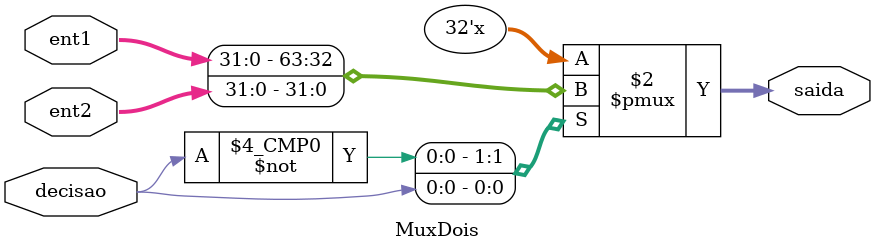
<source format=v>
module MuxDois(decisao, ent1, ent2, saida);

input decisao;
input [31:0] ent1;
input [31:0] ent2;
output reg [31:0] saida;

always @(decisao)
begin

case(decisao)
1'd0: saida <= ent1;
1'd1: saida <= ent2;
endcase

end
endmodule
 
</source>
